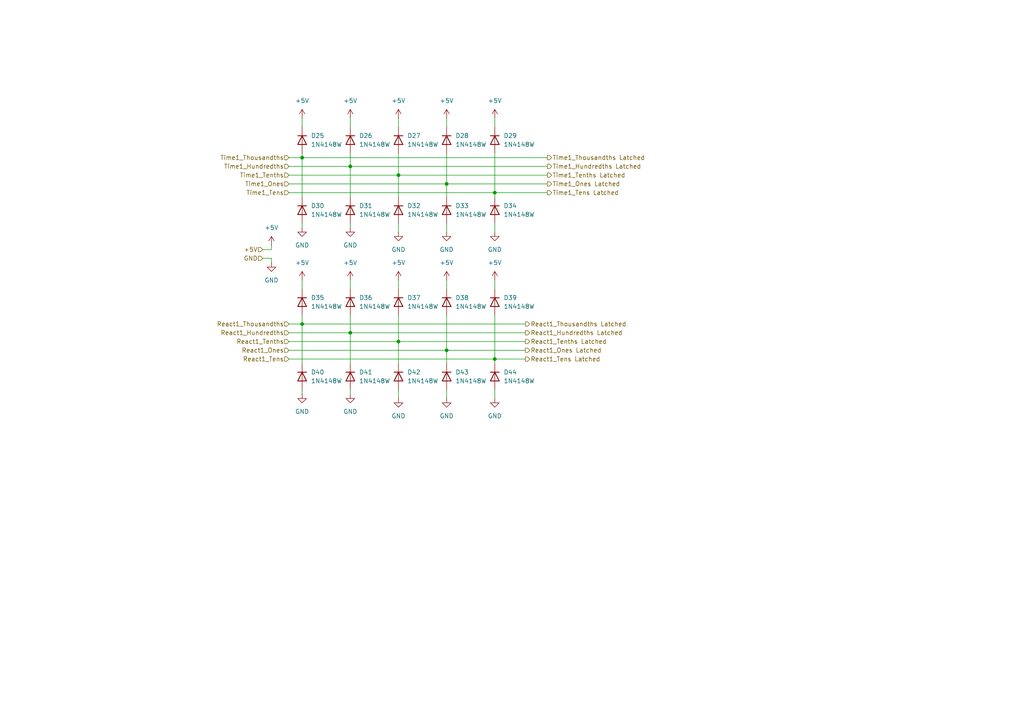
<source format=kicad_sch>
(kicad_sch (version 20250114) (generator "eeschema") (generator_version "9.0")
  (paper "A4")
  (lib_symbols
    (symbol "Diode:1N4148W" (pin_numbers (hide yes)) (pin_names (hide yes))
      (property "Reference" "D" (at 0 2.54 0))
      (property "Value" "1N4148W" (at 0 -2.54 0))
      (symbol "1N4148W_0_1"
        (polyline (pts (xy -1.27 1.27) (xy -1.27 -1.27)) (stroke (width 0.254)))
        (polyline (pts (xy 1.27 1.27) (xy 1.27 -1.27) (xy -1.27 0) (xy 1.27 1.27)) (stroke (width 0.254)))
        (polyline (pts (xy 1.27 0) (xy -1.27 0)))
      )
      (symbol "1N4148W_1_1"
        (pin passive line (at -3.81 0 0) (length 2.54) (name "K") (number "1"))
        (pin passive line (at 3.81 0 180) (length 2.54) (name "A") (number "2"))
      )
    )
    (symbol "power:+5V" (power) (pin_numbers (hide yes)) (pin_names (offset 0) (hide yes))
      (property "Value" "+5V" (at 0 3.556 0))
      (symbol "+5V_0_1"
        (polyline (pts (xy -0.762 1.27) (xy 0 2.54)))
        (polyline (pts (xy 0 2.54) (xy 0.762 1.27)))
        (polyline (pts (xy 0 0) (xy 0 2.54)))
      )
      (symbol "+5V_1_1"
        (pin power_in line (at 0 0 90) (length 0) (name "~") (number "1"))
      )
    )
    (symbol "power:GND" (power) (pin_numbers (hide yes)) (pin_names (offset 0) (hide yes))
      (property "Value" "GND" (at 0 -3.81 0))
      (symbol "GND_0_1"
        (polyline (pts (xy 0 0) (xy 0 -1.27) (xy 1.27 -1.27) (xy 0 -2.54) (xy -1.27 -1.27) (xy 0 -1.27)))
      )
      (symbol "GND_1_1"
        (pin power_in line (at 0 0 270) (length 0) (name "~") (number "1"))
      )
    )
  )
  (junction (at 143.51 55.88))
  (junction (at 101.6 48.26))
  (junction (at 143.51 104.14))
  (junction (at 129.54 53.34))
  (junction (at 115.57 50.8))
  (junction (at 101.6 96.52))
  (junction (at 87.63 93.98))
  (junction (at 129.54 101.6))
  (junction (at 115.57 99.06))
  (junction (at 87.63 45.72))
  (wire (pts (xy 101.6 34.29) (xy 101.6 36.83)))
  (wire (pts (xy 87.63 93.98) (xy 87.63 105.41)))
  (wire (pts (xy 101.6 66.04) (xy 101.6 64.77)))
  (wire (pts (xy 115.57 34.29) (xy 115.57 36.83)))
  (wire (pts (xy 115.57 50.8) (xy 115.57 57.15)))
  (wire (pts (xy 129.54 53.34) (xy 129.54 57.15)))
  (wire (pts (xy 101.6 48.26) (xy 101.6 44.45)))
  (wire (pts (xy 143.51 34.29) (xy 143.51 36.83)))
  (wire (pts (xy 87.63 114.3) (xy 87.63 113.03)))
  (wire (pts (xy 129.54 101.6) (xy 129.54 105.41)))
  (wire (pts (xy 101.6 114.3) (xy 101.6 113.03)))
  (wire (pts (xy 87.63 45.72) (xy 87.63 57.15)))
  (wire (pts (xy 129.54 91.44) (xy 129.54 101.6)))
  (wire (pts (xy 101.6 96.52) (xy 152.4 96.52)))
  (wire (pts (xy 101.6 81.28) (xy 101.6 83.82)))
  (wire (pts (xy 83.82 93.98) (xy 87.63 93.98)))
  (wire (pts (xy 83.82 48.26) (xy 101.6 48.26)))
  (wire (pts (xy 143.51 104.14) (xy 152.4 104.14)))
  (wire (pts (xy 78.74 74.93) (xy 78.74 76.2)))
  (wire (pts (xy 83.82 96.52) (xy 101.6 96.52)))
  (wire (pts (xy 143.51 55.88) (xy 143.51 44.45)))
  (wire (pts (xy 76.2 74.93) (xy 78.74 74.93)))
  (wire (pts (xy 129.54 64.77) (xy 129.54 67.31)))
  (wire (pts (xy 83.82 55.88) (xy 143.51 55.88)))
  (wire (pts (xy 143.51 55.88) (xy 143.51 57.15)))
  (wire (pts (xy 87.63 44.45) (xy 87.63 45.72)))
  (wire (pts (xy 83.82 104.14) (xy 143.51 104.14)))
  (wire (pts (xy 87.63 81.28) (xy 87.63 83.82)))
  (wire (pts (xy 143.51 81.28) (xy 143.51 83.82)))
  (wire (pts (xy 143.51 115.57) (xy 143.51 113.03)))
  (wire (pts (xy 143.51 91.44) (xy 143.51 104.14)))
  (wire (pts (xy 87.63 45.72) (xy 158.75 45.72)))
  (wire (pts (xy 76.2 72.39) (xy 78.74 72.39)))
  (wire (pts (xy 83.82 101.6) (xy 129.54 101.6)))
  (wire (pts (xy 83.82 53.34) (xy 129.54 53.34)))
  (wire (pts (xy 83.82 99.06) (xy 115.57 99.06)))
  (wire (pts (xy 87.63 34.29) (xy 87.63 36.83)))
  (wire (pts (xy 115.57 113.03) (xy 115.57 115.57)))
  (wire (pts (xy 143.51 67.31) (xy 143.51 64.77)))
  (wire (pts (xy 115.57 50.8) (xy 115.57 44.45)))
  (wire (pts (xy 129.54 83.82) (xy 129.54 81.28)))
  (wire (pts (xy 129.54 113.03) (xy 129.54 115.57)))
  (wire (pts (xy 101.6 91.44) (xy 101.6 96.52)))
  (wire (pts (xy 101.6 48.26) (xy 158.75 48.26)))
  (wire (pts (xy 115.57 99.06) (xy 115.57 105.41)))
  (wire (pts (xy 129.54 101.6) (xy 152.4 101.6)))
  (wire (pts (xy 115.57 50.8) (xy 158.75 50.8)))
  (wire (pts (xy 87.63 91.44) (xy 87.63 93.98)))
  (wire (pts (xy 143.51 104.14) (xy 143.51 105.41)))
  (wire (pts (xy 78.74 71.12) (xy 78.74 72.39)))
  (wire (pts (xy 115.57 91.44) (xy 115.57 99.06)))
  (wire (pts (xy 129.54 36.83) (xy 129.54 34.29)))
  (wire (pts (xy 83.82 50.8) (xy 115.57 50.8)))
  (wire (pts (xy 87.63 66.04) (xy 87.63 64.77)))
  (wire (pts (xy 115.57 64.77) (xy 115.57 67.31)))
  (wire (pts (xy 115.57 99.06) (xy 152.4 99.06)))
  (wire (pts (xy 101.6 48.26) (xy 101.6 57.15)))
  (wire (pts (xy 129.54 53.34) (xy 158.75 53.34)))
  (wire (pts (xy 87.63 93.98) (xy 152.4 93.98)))
  (wire (pts (xy 129.54 53.34) (xy 129.54 44.45)))
  (wire (pts (xy 83.82 45.72) (xy 87.63 45.72)))
  (wire (pts (xy 143.51 55.88) (xy 158.75 55.88)))
  (wire (pts (xy 115.57 81.28) (xy 115.57 83.82)))
  (wire (pts (xy 101.6 96.52) (xy 101.6 105.41)))
  (hierarchical_label "Time1_Hundredths Latched" (shape output) (at 158.75 48.26 0))
  (hierarchical_label "Time1_Tens" (shape input) (at 83.82 55.88 180))
  (hierarchical_label "React1_Tens Latched" (shape output) (at 152.4 104.14 0))
  (hierarchical_label "Time1_Thousandths Latched" (shape output) (at 158.75 45.72 0))
  (hierarchical_label "GND" (shape input) (at 76.2 74.93 180))
  (hierarchical_label "Time1_Tens Latched" (shape output) (at 158.75 55.88 0))
  (hierarchical_label "Time1_Ones" (shape input) (at 83.82 53.34 180))
  (hierarchical_label "Time1_Thousandths" (shape input) (at 83.82 45.72 180))
  (hierarchical_label "React1_Tenths" (shape input) (at 83.82 99.06 180))
  (hierarchical_label "React1_Thousandths Latched" (shape output) (at 152.4 93.98 0))
  (hierarchical_label "React1_Tenths Latched" (shape output) (at 152.4 99.06 0))
  (hierarchical_label "React1_Tens" (shape input) (at 83.82 104.14 180))
  (hierarchical_label "React1_Hundredths Latched" (shape output) (at 152.4 96.52 0))
  (hierarchical_label "+5V" (shape input) (at 76.2 72.39 180))
  (hierarchical_label "Time1_Tenths" (shape input) (at 83.82 50.8 180))
  (hierarchical_label "Time1_Hundredths" (shape input) (at 83.82 48.26 180))
  (hierarchical_label "React1_Hundredths" (shape input) (at 83.82 96.52 180))
  (hierarchical_label "Time1_Ones Latched" (shape output) (at 158.75 53.34 0))
  (hierarchical_label "React1_Ones Latched" (shape output) (at 152.4 101.6 0))
  (hierarchical_label "React1_Thousandths" (shape input) (at 83.82 93.98 180))
  (hierarchical_label "Time1_Tenths Latched" (shape output) (at 158.75 50.8 0))
  (hierarchical_label "React1_Ones" (shape input) (at 83.82 101.6 180))
  (symbol (lib_id "Diode:1N4148W") (at 101.6 60.96 270) (unit 1)
    (property "Reference" "D31" (at 104.14 59.6899 90) (effects (justify left)))
    (property "Value" "1N4148W" (at 104.14 62.2299 90) (effects (justify left)))
    (property "Footprint" "Diode_SMD:D_SOD-123" (effects (hide yes)))
    (property "Datasheet" "https://www.vishay.com/docs/85748/1n4148w.pdf" (effects (hide yes)))
    (property "Description" "75V 0.15A Fast Switching Diode, SOD-123" (effects (hide yes)))
    (property "Sim.Device" "D" (effects (hide yes)))
    (property "Sim.Pins" "1=K 2=A" (effects (hide yes)))
  )
  (symbol (lib_id "Diode:1N4148W") (at 129.54 87.63 270) (unit 1)
    (property "Reference" "D38" (at 132.08 86.3599 90) (effects (justify left)))
    (property "Value" "1N4148W" (at 132.08 88.8999 90) (effects (justify left)))
    (property "Footprint" "Diode_SMD:D_SOD-123" (effects (hide yes)))
    (property "Datasheet" "https://www.vishay.com/docs/85748/1n4148w.pdf" (effects (hide yes)))
    (property "Description" "75V 0.15A Fast Switching Diode, SOD-123" (effects (hide yes)))
    (property "Sim.Device" "D" (effects (hide yes)))
    (property "Sim.Pins" "1=K 2=A" (effects (hide yes)))
  )
  (symbol (lib_id "power:+5V") (at 129.54 81.28 0) (unit 1)
    (property "Reference" "#PWR0119" (effects (hide yes)))
    (property "Value" "+5V" (at 129.54 76.2 0))
    (property "Description" "Power symbol creates a global label with name \"+5V\"" (effects (hide yes)))
  )
  (symbol (lib_id "Diode:1N4148W") (at 143.51 40.64 270) (unit 1)
    (property "Reference" "D29" (at 146.05 39.3699 90) (effects (justify left)))
    (property "Value" "1N4148W" (at 146.05 41.9099 90) (effects (justify left)))
    (property "Footprint" "Diode_SMD:D_SOD-123" (effects (hide yes)))
    (property "Datasheet" "https://www.vishay.com/docs/85748/1n4148w.pdf" (effects (hide yes)))
    (property "Description" "75V 0.15A Fast Switching Diode, SOD-123" (effects (hide yes)))
    (property "Sim.Device" "D" (effects (hide yes)))
    (property "Sim.Pins" "1=K 2=A" (effects (hide yes)))
  )
  (symbol (lib_id "power:GND") (at 87.63 66.04 0) (unit 1)
    (property "Reference" "#PWR083" (effects (hide yes)))
    (property "Value" "GND" (at 87.63 71.12 0))
    (property "Description" "Power symbol creates a global label with name \"GND\" , ground" (effects (hide yes)))
  )
  (symbol (lib_id "power:+5V") (at 115.57 81.28 0) (unit 1)
    (property "Reference" "#PWR0115" (effects (hide yes)))
    (property "Value" "+5V" (at 115.57 76.2 0))
    (property "Description" "Power symbol creates a global label with name \"+5V\"" (effects (hide yes)))
  )
  (symbol (lib_id "Diode:1N4148W") (at 115.57 40.64 270) (unit 1)
    (property "Reference" "D27" (at 118.11 39.3699 90) (effects (justify left)))
    (property "Value" "1N4148W" (at 118.11 41.9099 90) (effects (justify left)))
    (property "Footprint" "Diode_SMD:D_SOD-123" (effects (hide yes)))
    (property "Datasheet" "https://www.vishay.com/docs/85748/1n4148w.pdf" (effects (hide yes)))
    (property "Description" "75V 0.15A Fast Switching Diode, SOD-123" (effects (hide yes)))
    (property "Sim.Device" "D" (effects (hide yes)))
    (property "Sim.Pins" "1=K 2=A" (effects (hide yes)))
  )
  (symbol (lib_id "power:GND") (at 143.51 115.57 0) (unit 1)
    (property "Reference" "#PWR0134" (effects (hide yes)))
    (property "Value" "GND" (at 143.51 120.65 0))
    (property "Description" "Power symbol creates a global label with name \"GND\" , ground" (effects (hide yes)))
  )
  (symbol (lib_id "Diode:1N4148W") (at 143.51 60.96 270) (unit 1)
    (property "Reference" "D34" (at 146.05 59.6899 90) (effects (justify left)))
    (property "Value" "1N4148W" (at 146.05 62.2299 90) (effects (justify left)))
    (property "Footprint" "Diode_SMD:D_SOD-123" (effects (hide yes)))
    (property "Datasheet" "https://www.vishay.com/docs/85748/1n4148w.pdf" (effects (hide yes)))
    (property "Description" "75V 0.15A Fast Switching Diode, SOD-123" (effects (hide yes)))
    (property "Sim.Device" "D" (effects (hide yes)))
    (property "Sim.Pins" "1=K 2=A" (effects (hide yes)))
  )
  (symbol (lib_id "Diode:1N4148W") (at 101.6 87.63 270) (unit 1)
    (property "Reference" "D36" (at 104.14 86.3599 90) (effects (justify left)))
    (property "Value" "1N4148W" (at 104.14 88.8999 90) (effects (justify left)))
    (property "Footprint" "Diode_SMD:D_SOD-123" (effects (hide yes)))
    (property "Datasheet" "https://www.vishay.com/docs/85748/1n4148w.pdf" (effects (hide yes)))
    (property "Description" "75V 0.15A Fast Switching Diode, SOD-123" (effects (hide yes)))
    (property "Sim.Device" "D" (effects (hide yes)))
    (property "Sim.Pins" "1=K 2=A" (effects (hide yes)))
  )
  (symbol (lib_id "Diode:1N4148W") (at 115.57 109.22 270) (unit 1)
    (property "Reference" "D42" (at 118.11 107.9499 90) (effects (justify left)))
    (property "Value" "1N4148W" (at 118.11 110.4899 90) (effects (justify left)))
    (property "Footprint" "Diode_SMD:D_SOD-123" (effects (hide yes)))
    (property "Datasheet" "https://www.vishay.com/docs/85748/1n4148w.pdf" (effects (hide yes)))
    (property "Description" "75V 0.15A Fast Switching Diode, SOD-123" (effects (hide yes)))
    (property "Sim.Device" "D" (effects (hide yes)))
    (property "Sim.Pins" "1=K 2=A" (effects (hide yes)))
  )
  (symbol (lib_id "power:+5V") (at 101.6 81.28 0) (unit 1)
    (property "Reference" "#PWR096" (effects (hide yes)))
    (property "Value" "+5V" (at 101.6 76.2 0))
    (property "Description" "Power symbol creates a global label with name \"+5V\"" (effects (hide yes)))
  )
  (symbol (lib_id "power:GND") (at 143.51 67.31 0) (unit 1)
    (property "Reference" "#PWR0122" (effects (hide yes)))
    (property "Value" "GND" (at 143.51 72.39 0))
    (property "Description" "Power symbol creates a global label with name \"GND\" , ground" (effects (hide yes)))
  )
  (symbol (lib_id "Diode:1N4148W") (at 129.54 40.64 270) (unit 1)
    (property "Reference" "D28" (at 132.08 39.3699 90) (effects (justify left)))
    (property "Value" "1N4148W" (at 132.08 41.9099 90) (effects (justify left)))
    (property "Footprint" "Diode_SMD:D_SOD-123" (effects (hide yes)))
    (property "Datasheet" "https://www.vishay.com/docs/85748/1n4148w.pdf" (effects (hide yes)))
    (property "Description" "75V 0.15A Fast Switching Diode, SOD-123" (effects (hide yes)))
    (property "Sim.Device" "D" (effects (hide yes)))
    (property "Sim.Pins" "1=K 2=A" (effects (hide yes)))
  )
  (symbol (lib_id "power:+5V") (at 115.57 34.29 0) (unit 1)
    (property "Reference" "#PWR0102" (effects (hide yes)))
    (property "Value" "+5V" (at 115.57 29.21 0))
    (property "Description" "Power symbol creates a global label with name \"+5V\"" (effects (hide yes)))
  )
  (symbol (lib_id "power:GND") (at 115.57 115.57 0) (unit 1)
    (property "Reference" "#PWR0116" (effects (hide yes)))
    (property "Value" "GND" (at 115.57 120.65 0))
    (property "Description" "Power symbol creates a global label with name \"GND\" , ground" (effects (hide yes)))
  )
  (symbol (lib_id "power:+5V") (at 129.54 34.29 0) (unit 1)
    (property "Reference" "#PWR0117" (effects (hide yes)))
    (property "Value" "+5V" (at 129.54 29.21 0))
    (property "Description" "Power symbol creates a global label with name \"+5V\"" (effects (hide yes)))
  )
  (symbol (lib_id "power:+5V") (at 143.51 81.28 0) (unit 1)
    (property "Reference" "#PWR0123" (effects (hide yes)))
    (property "Value" "+5V" (at 143.51 76.2 0))
    (property "Description" "Power symbol creates a global label with name \"+5V\"" (effects (hide yes)))
  )
  (symbol (lib_id "Diode:1N4148W") (at 143.51 109.22 270) (unit 1)
    (property "Reference" "D44" (at 146.05 107.9499 90) (effects (justify left)))
    (property "Value" "1N4148W" (at 146.05 110.4899 90) (effects (justify left)))
    (property "Footprint" "Diode_SMD:D_SOD-123" (effects (hide yes)))
    (property "Datasheet" "https://www.vishay.com/docs/85748/1n4148w.pdf" (effects (hide yes)))
    (property "Description" "75V 0.15A Fast Switching Diode, SOD-123" (effects (hide yes)))
    (property "Sim.Device" "D" (effects (hide yes)))
    (property "Sim.Pins" "1=K 2=A" (effects (hide yes)))
  )
  (symbol (lib_id "Diode:1N4148W") (at 87.63 60.96 270) (unit 1)
    (property "Reference" "D30" (at 90.17 59.6899 90) (effects (justify left)))
    (property "Value" "1N4148W" (at 90.17 62.2299 90) (effects (justify left)))
    (property "Footprint" "Diode_SMD:D_SOD-123" (effects (hide yes)))
    (property "Datasheet" "https://www.vishay.com/docs/85748/1n4148w.pdf" (effects (hide yes)))
    (property "Description" "75V 0.15A Fast Switching Diode, SOD-123" (effects (hide yes)))
    (property "Sim.Device" "D" (effects (hide yes)))
    (property "Sim.Pins" "1=K 2=A" (effects (hide yes)))
  )
  (symbol (lib_id "Diode:1N4148W") (at 115.57 60.96 270) (unit 1)
    (property "Reference" "D32" (at 118.11 59.6899 90) (effects (justify left)))
    (property "Value" "1N4148W" (at 118.11 62.2299 90) (effects (justify left)))
    (property "Footprint" "Diode_SMD:D_SOD-123" (effects (hide yes)))
    (property "Datasheet" "https://www.vishay.com/docs/85748/1n4148w.pdf" (effects (hide yes)))
    (property "Description" "75V 0.15A Fast Switching Diode, SOD-123" (effects (hide yes)))
    (property "Sim.Device" "D" (effects (hide yes)))
    (property "Sim.Pins" "1=K 2=A" (effects (hide yes)))
  )
  (symbol (lib_id "power:+5V") (at 87.63 34.29 0) (unit 1)
    (property "Reference" "#PWR082" (effects (hide yes)))
    (property "Value" "+5V" (at 87.63 29.21 0))
    (property "Description" "Power symbol creates a global label with name \"+5V\"" (effects (hide yes)))
  )
  (symbol (lib_id "Diode:1N4148W") (at 115.57 87.63 270) (unit 1)
    (property "Reference" "D37" (at 118.11 86.3599 90) (effects (justify left)))
    (property "Value" "1N4148W" (at 118.11 88.8999 90) (effects (justify left)))
    (property "Footprint" "Diode_SMD:D_SOD-123" (effects (hide yes)))
    (property "Datasheet" "https://www.vishay.com/docs/85748/1n4148w.pdf" (effects (hide yes)))
    (property "Description" "75V 0.15A Fast Switching Diode, SOD-123" (effects (hide yes)))
    (property "Sim.Device" "D" (effects (hide yes)))
    (property "Sim.Pins" "1=K 2=A" (effects (hide yes)))
  )
  (symbol (lib_id "Diode:1N4148W") (at 143.51 87.63 270) (unit 1)
    (property "Reference" "D39" (at 146.05 86.3599 90) (effects (justify left)))
    (property "Value" "1N4148W" (at 146.05 88.8999 90) (effects (justify left)))
    (property "Footprint" "Diode_SMD:D_SOD-123" (effects (hide yes)))
    (property "Datasheet" "https://www.vishay.com/docs/85748/1n4148w.pdf" (effects (hide yes)))
    (property "Description" "75V 0.15A Fast Switching Diode, SOD-123" (effects (hide yes)))
    (property "Sim.Device" "D" (effects (hide yes)))
    (property "Sim.Pins" "1=K 2=A" (effects (hide yes)))
  )
  (symbol (lib_id "power:+5V") (at 87.63 81.28 0) (unit 1)
    (property "Reference" "#PWR084" (effects (hide yes)))
    (property "Value" "+5V" (at 87.63 76.2 0))
    (property "Description" "Power symbol creates a global label with name \"+5V\"" (effects (hide yes)))
  )
  (symbol (lib_id "power:+5V") (at 101.6 34.29 0) (unit 1)
    (property "Reference" "#PWR086" (effects (hide yes)))
    (property "Value" "+5V" (at 101.6 29.21 0))
    (property "Description" "Power symbol creates a global label with name \"+5V\"" (effects (hide yes)))
  )
  (symbol (lib_id "power:GND") (at 129.54 115.57 0) (unit 1)
    (property "Reference" "#PWR0120" (effects (hide yes)))
    (property "Value" "GND" (at 129.54 120.65 0))
    (property "Description" "Power symbol creates a global label with name \"GND\" , ground" (effects (hide yes)))
  )
  (symbol (lib_id "power:GND") (at 129.54 67.31 0) (unit 1)
    (property "Reference" "#PWR0118" (effects (hide yes)))
    (property "Value" "GND" (at 129.54 72.39 0))
    (property "Description" "Power symbol creates a global label with name \"GND\" , ground" (effects (hide yes)))
  )
  (symbol (lib_id "power:GND") (at 101.6 114.3 0) (unit 1)
    (property "Reference" "#PWR0101" (effects (hide yes)))
    (property "Value" "GND" (at 101.6 119.38 0))
    (property "Description" "Power symbol creates a global label with name \"GND\" , ground" (effects (hide yes)))
  )
  (symbol (lib_id "Diode:1N4148W") (at 87.63 87.63 270) (unit 1)
    (property "Reference" "D35" (at 90.17 86.3599 90) (effects (justify left)))
    (property "Value" "1N4148W" (at 90.17 88.8999 90) (effects (justify left)))
    (property "Footprint" "Diode_SMD:D_SOD-123" (effects (hide yes)))
    (property "Datasheet" "https://www.vishay.com/docs/85748/1n4148w.pdf" (effects (hide yes)))
    (property "Description" "75V 0.15A Fast Switching Diode, SOD-123" (effects (hide yes)))
    (property "Sim.Device" "D" (effects (hide yes)))
    (property "Sim.Pins" "1=K 2=A" (effects (hide yes)))
  )
  (symbol (lib_id "power:+5V") (at 78.74 71.12 0) (unit 1)
    (property "Reference" "#PWR080" (effects (hide yes)))
    (property "Value" "+5V" (at 78.74 66.04 0))
    (property "Description" "Power symbol creates a global label with name \"+5V\"" (effects (hide yes)))
  )
  (symbol (lib_id "power:GND") (at 115.57 67.31 0) (unit 1)
    (property "Reference" "#PWR0114" (effects (hide yes)))
    (property "Value" "GND" (at 115.57 72.39 0))
    (property "Description" "Power symbol creates a global label with name \"GND\" , ground" (effects (hide yes)))
  )
  (symbol (lib_id "Diode:1N4148W") (at 87.63 40.64 270) (unit 1)
    (property "Reference" "D25" (at 90.17 39.3699 90) (effects (justify left)))
    (property "Value" "1N4148W" (at 90.17 41.9099 90) (effects (justify left)))
    (property "Footprint" "Diode_SMD:D_SOD-123" (effects (hide yes)))
    (property "Datasheet" "https://www.vishay.com/docs/85748/1n4148w.pdf" (effects (hide yes)))
    (property "Description" "75V 0.15A Fast Switching Diode, SOD-123" (effects (hide yes)))
    (property "Sim.Device" "D" (effects (hide yes)))
    (property "Sim.Pins" "1=K 2=A" (effects (hide yes)))
  )
  (symbol (lib_id "Diode:1N4148W") (at 101.6 40.64 270) (unit 1)
    (property "Reference" "D26" (at 104.14 39.3699 90) (effects (justify left)))
    (property "Value" "1N4148W" (at 104.14 41.9099 90) (effects (justify left)))
    (property "Footprint" "Diode_SMD:D_SOD-123" (effects (hide yes)))
    (property "Datasheet" "https://www.vishay.com/docs/85748/1n4148w.pdf" (effects (hide yes)))
    (property "Description" "75V 0.15A Fast Switching Diode, SOD-123" (effects (hide yes)))
    (property "Sim.Device" "D" (effects (hide yes)))
    (property "Sim.Pins" "1=K 2=A" (effects (hide yes)))
  )
  (symbol (lib_id "Diode:1N4148W") (at 101.6 109.22 270) (unit 1)
    (property "Reference" "D41" (at 104.14 107.9499 90) (effects (justify left)))
    (property "Value" "1N4148W" (at 104.14 110.4899 90) (effects (justify left)))
    (property "Footprint" "Diode_SMD:D_SOD-123" (effects (hide yes)))
    (property "Datasheet" "https://www.vishay.com/docs/85748/1n4148w.pdf" (effects (hide yes)))
    (property "Description" "75V 0.15A Fast Switching Diode, SOD-123" (effects (hide yes)))
    (property "Sim.Device" "D" (effects (hide yes)))
    (property "Sim.Pins" "1=K 2=A" (effects (hide yes)))
  )
  (symbol (lib_id "Diode:1N4148W") (at 129.54 109.22 270) (unit 1)
    (property "Reference" "D43" (at 132.08 107.9499 90) (effects (justify left)))
    (property "Value" "1N4148W" (at 132.08 110.4899 90) (effects (justify left)))
    (property "Footprint" "Diode_SMD:D_SOD-123" (effects (hide yes)))
    (property "Datasheet" "https://www.vishay.com/docs/85748/1n4148w.pdf" (effects (hide yes)))
    (property "Description" "75V 0.15A Fast Switching Diode, SOD-123" (effects (hide yes)))
    (property "Sim.Device" "D" (effects (hide yes)))
    (property "Sim.Pins" "1=K 2=A" (effects (hide yes)))
  )
  (symbol (lib_id "power:GND") (at 87.63 114.3 0) (unit 1)
    (property "Reference" "#PWR085" (effects (hide yes)))
    (property "Value" "GND" (at 87.63 119.38 0))
    (property "Description" "Power symbol creates a global label with name \"GND\" , ground" (effects (hide yes)))
  )
  (symbol (lib_id "Diode:1N4148W") (at 129.54 60.96 270) (unit 1)
    (property "Reference" "D33" (at 132.08 59.6899 90) (effects (justify left)))
    (property "Value" "1N4148W" (at 132.08 62.2299 90) (effects (justify left)))
    (property "Footprint" "Diode_SMD:D_SOD-123" (effects (hide yes)))
    (property "Datasheet" "https://www.vishay.com/docs/85748/1n4148w.pdf" (effects (hide yes)))
    (property "Description" "75V 0.15A Fast Switching Diode, SOD-123" (effects (hide yes)))
    (property "Sim.Device" "D" (effects (hide yes)))
    (property "Sim.Pins" "1=K 2=A" (effects (hide yes)))
  )
  (symbol (lib_id "Diode:1N4148W") (at 87.63 109.22 270) (unit 1)
    (property "Reference" "D40" (at 90.17 107.9499 90) (effects (justify left)))
    (property "Value" "1N4148W" (at 90.17 110.4899 90) (effects (justify left)))
    (property "Footprint" "Diode_SMD:D_SOD-123" (effects (hide yes)))
    (property "Datasheet" "https://www.vishay.com/docs/85748/1n4148w.pdf" (effects (hide yes)))
    (property "Description" "75V 0.15A Fast Switching Diode, SOD-123" (effects (hide yes)))
    (property "Sim.Device" "D" (effects (hide yes)))
    (property "Sim.Pins" "1=K 2=A" (effects (hide yes)))
  )
  (symbol (lib_id "power:+5V") (at 143.51 34.29 0) (unit 1)
    (property "Reference" "#PWR0121" (effects (hide yes)))
    (property "Value" "+5V" (at 143.51 29.21 0))
    (property "Description" "Power symbol creates a global label with name \"+5V\"" (effects (hide yes)))
  )
  (symbol (lib_id "power:GND") (at 78.74 76.2 0) (unit 1)
    (property "Reference" "#PWR081" (effects (hide yes)))
    (property "Value" "GND" (at 78.74 81.28 0))
    (property "Description" "Power symbol creates a global label with name \"GND\" , ground" (effects (hide yes)))
  )
  (symbol (lib_id "power:GND") (at 101.6 66.04 0) (unit 1)
    (property "Reference" "#PWR095" (effects (hide yes)))
    (property "Value" "GND" (at 101.6 71.12 0))
    (property "Description" "Power symbol creates a global label with name \"GND\" , ground" (effects (hide yes)))
  )
)
</source>
